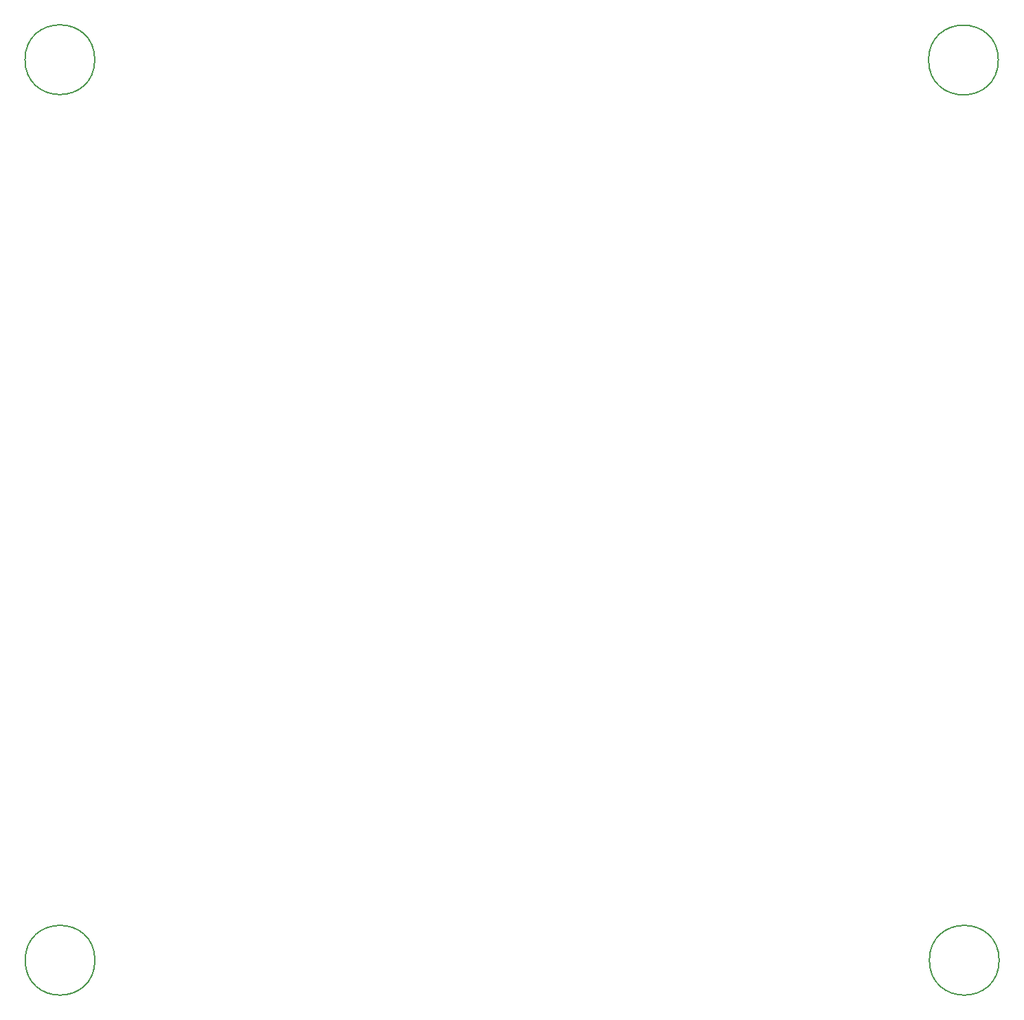
<source format=gbr>
G04 #@! TF.FileFunction,Other,Comment*
%FSLAX46Y46*%
G04 Gerber Fmt 4.6, Leading zero omitted, Abs format (unit mm)*
G04 Created by KiCad (PCBNEW 4.0.2-stable) date Monday, 06 March 2017 12:37:51*
%MOMM*%
G01*
G04 APERTURE LIST*
%ADD10C,0.100000*%
%ADD11C,0.150000*%
G04 APERTURE END LIST*
D10*
D11*
X119410000Y-139110000D02*
G75*
G03X119410000Y-139110000I-4300000J0D01*
G01*
X230880000Y-139110000D02*
G75*
G03X230880000Y-139110000I-4300000J0D01*
G01*
X230780000Y-28070000D02*
G75*
G03X230780000Y-28070000I-4300000J0D01*
G01*
X119390000Y-28030000D02*
G75*
G03X119390000Y-28030000I-4300000J0D01*
G01*
M02*

</source>
